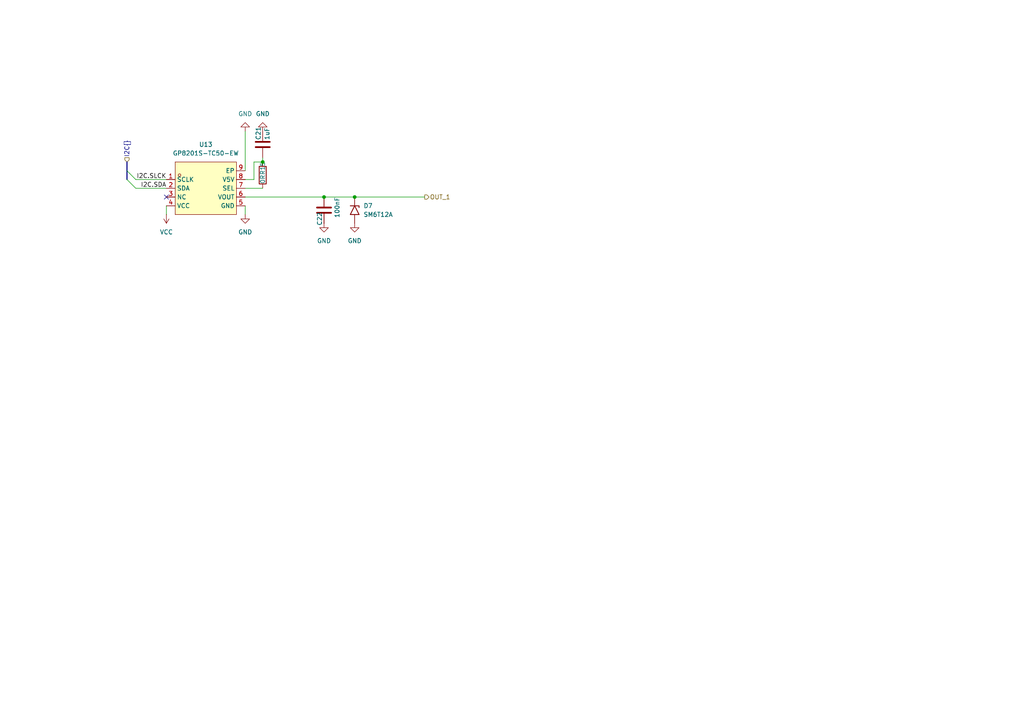
<source format=kicad_sch>
(kicad_sch (version 20250114) (generator "eeschema") (generator_version "9.0")
  (paper "A4")
  (lib_symbols
    (symbol "Diode:SM6T12A" (pin_numbers (hide yes)) (pin_names (offset 1.016) (hide yes))
      (property "Reference" "D" (at 0 2.54 0))
      (property "Value" "SM6T12A" (at 0 -2.54 0))
      (symbol "SM6T12A_0_1"
        (polyline (pts (xy -0.762 1.27) (xy -1.27 1.27) (xy -1.27 -1.27)) (stroke (width 0.254)))
        (polyline (pts (xy 1.27 1.27) (xy 1.27 -1.27) (xy -1.27 0) (xy 1.27 1.27)) (stroke (width 0.254)))
      )
      (symbol "SM6T12A_1_1"
        (pin passive line (at -3.81 0 0) (length 2.54) (name "A1") (number "1"))
        (pin passive line (at 3.81 0 180) (length 2.54) (name "A2") (number "2"))
      )
    )
    (symbol "PCM_Capacitor_AKL:C_0603" (pin_numbers (hide yes)) (pin_names (offset 0.254))
      (property "Reference" "C" (at 0.635 2.54 0))
      (property "Value" "C_0603" (at 0.635 -2.54 0))
      (symbol "C_0603_0_1"
        (polyline (pts (xy -2.032 0.762) (xy 2.032 0.762)) (stroke (width 0.508)))
        (polyline (pts (xy -2.032 -0.762) (xy 2.032 -0.762)) (stroke (width 0.508)))
      )
      (symbol "C_0603_0_2"
        (polyline (pts (xy -2.54 -2.54) (xy -0.381 -0.381)))
        (polyline (pts (xy -0.508 -0.508) (xy -1.651 0.635)) (stroke (width 0.508)))
        (polyline (pts (xy -0.508 -0.508) (xy 0.635 -1.651)) (stroke (width 0.508)))
        (polyline (pts (xy 0.381 0.381) (xy 2.54 2.54)))
        (polyline (pts (xy 0.508 0.508) (xy -0.635 1.651)) (stroke (width 0.508)))
        (polyline (pts (xy 0.508 0.508) (xy 1.651 -0.635)) (stroke (width 0.508)))
      )
      (symbol "C_0603_1_1"
        (pin passive line (at 0 3.81 270) (length 2.794) (name "~") (number "1"))
        (pin passive line (at 0 -3.81 90) (length 2.794) (name "~") (number "2"))
      )
      (symbol "C_0603_1_2"
        (pin passive line (at -2.54 -2.54 90) (length 0) (name "~") (number "2"))
        (pin passive line (at 2.54 2.54 270) (length 0) (name "~") (number "1"))
      )
    )
    (symbol "PCM_Resistor_AKL:R_0603" (pin_numbers (hide yes)) (pin_names (offset 0))
      (property "Reference" "R" (at 2.54 1.27 0))
      (property "Value" "R_0603" (at 2.54 -1.27 0))
      (symbol "R_0603_0_1"
        (rectangle (start -1.016 2.54) (end 1.016 -2.54) (stroke (width 0.254)))
      )
      (symbol "R_0603_0_2"
        (polyline (pts (xy -2.54 -2.54) (xy -1.524 -1.524)))
        (polyline (pts (xy 1.524 1.524) (xy 2.54 2.54)))
        (polyline (pts (xy 1.524 1.524) (xy 0.889 2.159) (xy -2.159 -0.889) (xy -0.889 -2.159) (xy 2.159 0.889) (xy 1.524 1.524)) (stroke (width 0.254)))
      )
      (symbol "R_0603_1_1"
        (pin passive line (at 0 3.81 270) (length 1.27) (name "~") (number "1"))
        (pin passive line (at 0 -3.81 90) (length 1.27) (name "~") (number "2"))
      )
      (symbol "R_0603_1_2"
        (pin passive line (at -2.54 -2.54 0) (length 0) (name "") (number "2"))
        (pin passive line (at 2.54 2.54 180) (length 0) (name "") (number "1"))
      )
    )
    (symbol "easyeda2kicad:GP8201S-TC50-EW"
      (property "Reference" "U" (at 0 10.16 0))
      (property "Value" "GP8201S-TC50-EW" (at 0 -10.16 0))
      (symbol "GP8201S-TC50-EW_0_1"
        (rectangle (start -8.89 7.62) (end 8.89 -7.62) (fill (type background)))
        (circle (center -7.62 3.81) (radius 0.38))
        (pin unspecified line (at -11.43 2.54 0) (length 2.54) (name "SCLK") (number "1"))
        (pin unspecified line (at -11.43 0 0) (length 2.54) (name "SDA") (number "2"))
        (pin unspecified line (at -11.43 -2.54 0) (length 2.54) (name "NC") (number "3"))
        (pin unspecified line (at -11.43 -5.08 0) (length 2.54) (name "VCC") (number "4"))
        (pin unspecified line (at 11.43 5.08 180) (length 2.54) (name "EP") (number "9"))
        (pin unspecified line (at 11.43 2.54 180) (length 2.54) (name "V5V") (number "8"))
        (pin unspecified line (at 11.43 0 180) (length 2.54) (name "SEL") (number "7"))
        (pin unspecified line (at 11.43 -2.54 180) (length 2.54) (name "VOUT") (number "6"))
        (pin unspecified line (at 11.43 -5.08 180) (length 2.54) (name "GND") (number "5"))
      )
    )
    (symbol "power:GND" (power) (pin_numbers (hide yes)) (pin_names (offset 0) (hide yes))
      (property "Value" "GND" (at 0 -3.81 0))
      (symbol "GND_0_1"
        (polyline (pts (xy 0 0) (xy 0 -1.27) (xy 1.27 -1.27) (xy 0 -2.54) (xy -1.27 -1.27) (xy 0 -1.27)))
      )
      (symbol "GND_1_1"
        (pin power_in line (at 0 0 270) (length 0) (name "~") (number "1"))
      )
    )
    (symbol "power:VCC" (power) (pin_numbers (hide yes)) (pin_names (offset 0) (hide yes))
      (property "Value" "VCC" (at 0 3.556 0))
      (symbol "VCC_0_1"
        (polyline (pts (xy -0.762 1.27) (xy 0 2.54)))
        (polyline (pts (xy 0 2.54) (xy 0.762 1.27)))
        (polyline (pts (xy 0 0) (xy 0 2.54)))
      )
      (symbol "VCC_1_1"
        (pin power_in line (at 0 0 90) (length 0) (name "~") (number "1"))
      )
    )
  )
  (junction (at 102.87 57.15))
  (junction (at 76.2 46.99))
  (junction (at 93.98 57.15))
  (no_connect (at 48.26 57.15))
  (bus_entry (at 36.83 52.07) (size 2.54 2.54))
  (bus_entry (at 36.83 49.53) (size 2.54 2.54))
  (wire (pts (xy 71.12 57.15) (xy 93.98 57.15)))
  (wire (pts (xy 73.66 52.07) (xy 73.66 46.99)))
  (wire (pts (xy 71.12 38.1) (xy 71.12 49.53)))
  (wire (pts (xy 39.37 52.07) (xy 48.26 52.07)))
  (wire (pts (xy 71.12 62.23) (xy 71.12 59.69)))
  (wire (pts (xy 39.37 54.61) (xy 48.26 54.61)))
  (bus (pts (xy 36.83 49.53) (xy 36.83 52.07)))
  (wire (pts (xy 102.87 57.15) (xy 123.19 57.15)))
  (wire (pts (xy 71.12 54.61) (xy 76.2 54.61)))
  (wire (pts (xy 93.98 57.15) (xy 102.87 57.15)))
  (wire (pts (xy 76.2 45.72) (xy 76.2 46.99)))
  (wire (pts (xy 73.66 46.99) (xy 76.2 46.99)))
  (wire (pts (xy 48.26 62.23) (xy 48.26 59.69)))
  (wire (pts (xy 71.12 52.07) (xy 73.66 52.07)))
  (bus (pts (xy 36.83 46.99) (xy 36.83 49.53)))
  (label "I2C.SDA" (at 48.26 54.61 180))
  (label "I2C.SLCK" (at 48.26 52.07 180))
  (hierarchical_label "OUT_1" (shape output) (at 123.19 57.15 0))
  (hierarchical_label "I2C{}" (shape input) (at 36.83 46.99 90))
  (symbol (lib_id "PCM_Capacitor_AKL:C_0603") (at 93.98 60.96 180) (unit 1)
    (property "Reference" "C22" (at 92.71 63.5 90))
    (property "Value" "100nF" (at 97.79 57.15 90) (effects (justify left)))
    (property "Footprint" "PCM_Capacitor_SMD_AKL:C_0603_1608Metric" (effects (hide yes)))
    (property "Description" "SMD 0603 MLCC capacitor, Alternate KiCad Library" (effects (hide yes)))
    (property "PART NUMBERT" "CC0603KRX7R9BB104" (effects (hide yes)))
  )
  (symbol (lib_id "power:GND") (at 76.2 38.1 180) (unit 1)
    (property "Reference" "#PWR083" (effects (hide yes)))
    (property "Value" "GND" (at 76.2 33.02 0))
    (property "Description" "Power symbol creates a global label with name \"GND\" , ground" (effects (hide yes)))
  )
  (symbol (lib_id "PCM_Resistor_AKL:R_0603") (at 76.2 50.8 0) (unit 1)
    (property "Reference" "R15" (at 76.2 50.8 90) (effects (justify left)))
    (property "Value" "0R" (at 76.2 53.34 90) (effects (justify left)))
    (property "Footprint" "PCM_Resistor_SMD_AKL:R_0603_1608Metric" (effects (hide yes)))
    (property "Description" "SMD 0603 Chip Resistor, European Symbol, Alternate KiCad Library" (effects (hide yes)))
    (property "PART NUMBERT" "RC0603FR-070RL" (effects (hide yes)))
  )
  (symbol (lib_id "power:GND") (at 93.98 64.77 0) (unit 1)
    (property "Reference" "#PWR084" (effects (hide yes)))
    (property "Value" "GND" (at 93.98 69.85 0))
    (property "Description" "Power symbol creates a global label with name \"GND\" , ground" (effects (hide yes)))
  )
  (symbol (lib_id "power:GND") (at 102.87 64.77 0) (unit 1)
    (property "Reference" "#PWR085" (effects (hide yes)))
    (property "Value" "GND" (at 102.87 69.85 0))
    (property "Description" "Power symbol creates a global label with name \"GND\" , ground" (effects (hide yes)))
  )
  (symbol (lib_id "power:VCC") (at 48.26 62.23 180) (unit 1)
    (property "Reference" "#PWR080" (effects (hide yes)))
    (property "Value" "VCC" (at 48.26 67.31 0))
    (property "Description" "Power symbol creates a global label with name \"VCC\"" (effects (hide yes)))
  )
  (symbol (lib_id "power:GND") (at 71.12 62.23 0) (unit 1)
    (property "Reference" "#PWR082" (effects (hide yes)))
    (property "Value" "GND" (at 71.12 67.31 0))
    (property "Description" "Power symbol creates a global label with name \"GND\" , ground" (effects (hide yes)))
  )
  (symbol (lib_id "easyeda2kicad:GP8201S-TC50-EW") (at 59.69 54.61 0) (unit 1)
    (property "Reference" "U13" (at 59.69 41.91 0))
    (property "Value" "GP8201S-TC50-EW" (at 59.69 44.45 0))
    (property "Footprint" "easyeda2kicad:ESOP-8_L4.9-W3.9-P1.27-LS6.0-BL-EP" (effects (hide yes)))
    (property "LCSC Part" "C5240058" (effects (hide yes)))
  )
  (symbol (lib_id "power:GND") (at 71.12 38.1 180) (unit 1)
    (property "Reference" "#PWR081" (effects (hide yes)))
    (property "Value" "GND" (at 71.12 33.02 0))
    (property "Description" "Power symbol creates a global label with name \"GND\" , ground" (effects (hide yes)))
  )
  (symbol (lib_id "PCM_Capacitor_AKL:C_0603") (at 76.2 41.91 0) (unit 1)
    (property "Reference" "C21" (at 74.93 40.64 90) (effects (justify left)))
    (property "Value" "1uF" (at 77.47 40.64 90) (effects (justify left)))
    (property "Footprint" "PCM_Capacitor_SMD_AKL:C_0603_1608Metric" (effects (hide yes)))
    (property "Description" "SMD 0603 MLCC capacitor, Alternate KiCad Library" (effects (hide yes)))
    (property "PART NUMBERT" "CL10A105KB8NNNC" (effects (hide yes)))
  )
  (symbol (lib_id "Diode:SM6T12A") (at 102.87 60.96 270) (unit 1)
    (property "Reference" "D7" (at 105.41 59.6899 90) (effects (justify left)))
    (property "Value" "SM6T12A" (at 105.41 62.2299 90) (effects (justify left)))
    (property "Footprint" "Diode_SMD:D_SMB" (effects (hide yes)))
    (property "Datasheet" "https://www.st.com/resource/en/datasheet/sm6t.pdf" (effects (hide yes)))
    (property "Description" "600W unidirectional Transil Transient Voltage Suppressor, 12Vrwm, DO-214AA" (effects (hide yes)))
  )
)
</source>
